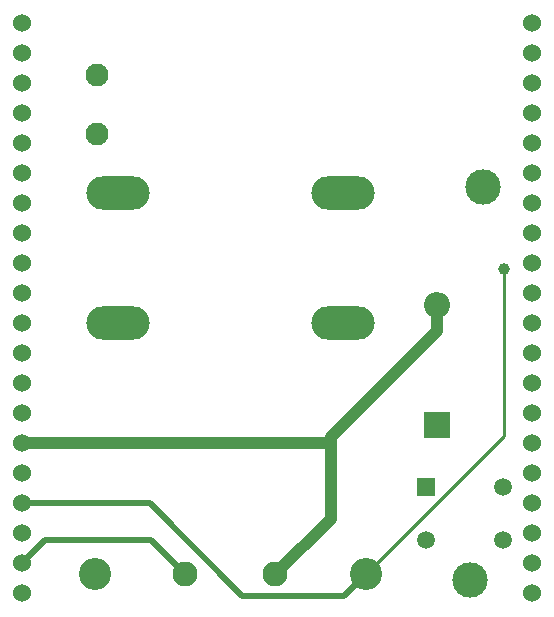
<source format=gbr>
%TF.GenerationSoftware,KiCad,Pcbnew,8.0.7*%
%TF.CreationDate,2025-01-28T21:10:26-05:00*%
%TF.ProjectId,IMD Latching Module,494d4420-4c61-4746-9368-696e67204d6f,rev?*%
%TF.SameCoordinates,Original*%
%TF.FileFunction,Copper,L2,Bot*%
%TF.FilePolarity,Positive*%
%FSLAX46Y46*%
G04 Gerber Fmt 4.6, Leading zero omitted, Abs format (unit mm)*
G04 Created by KiCad (PCBNEW 8.0.7) date 2025-01-28 21:10:26*
%MOMM*%
%LPD*%
G01*
G04 APERTURE LIST*
%TA.AperFunction,ComponentPad*%
%ADD10C,3.000000*%
%TD*%
%TA.AperFunction,ComponentPad*%
%ADD11C,1.524000*%
%TD*%
%TA.AperFunction,ComponentPad*%
%ADD12R,1.498600X1.498600*%
%TD*%
%TA.AperFunction,ComponentPad*%
%ADD13C,1.498600*%
%TD*%
%TA.AperFunction,ComponentPad*%
%ADD14O,5.350000X2.850000*%
%TD*%
%TA.AperFunction,ComponentPad*%
%ADD15C,2.717800*%
%TD*%
%TA.AperFunction,ComponentPad*%
%ADD16C,2.108200*%
%TD*%
%TA.AperFunction,ComponentPad*%
%ADD17C,1.950000*%
%TD*%
%TA.AperFunction,ComponentPad*%
%ADD18R,2.200000X2.200000*%
%TD*%
%TA.AperFunction,ComponentPad*%
%ADD19O,2.200000X2.200000*%
%TD*%
%TA.AperFunction,ViaPad*%
%ADD20C,1.000000*%
%TD*%
%TA.AperFunction,Conductor*%
%ADD21C,1.000000*%
%TD*%
%TA.AperFunction,Conductor*%
%ADD22C,0.500000*%
%TD*%
%TA.AperFunction,Conductor*%
%ADD23C,0.250000*%
%TD*%
G04 APERTURE END LIST*
D10*
%TO.P,TP2,1,1*%
%TO.N,Net-(J3-Pad7)*%
X89800000Y-64700000D03*
%TD*%
D11*
%TO.P,J3,1,1*%
%TO.N,Net-(J3-Pad1)*%
X50800000Y-99060000D03*
%TO.P,J3,2,2*%
%TO.N,Net-(D1-K)*%
X50800000Y-96520000D03*
%TO.P,J3,3,3*%
%TO.N,/Vs*%
X50800000Y-93980000D03*
%TO.P,J3,4,4*%
%TO.N,Net-(D4-A)*%
X50800000Y-91440000D03*
%TO.P,J3,5,5*%
%TO.N,Net-(J3-Pad1)*%
X50800000Y-88900000D03*
%TO.P,J3,6,6*%
%TO.N,/GND*%
X50800000Y-86360000D03*
%TO.P,J3,7,7*%
%TO.N,Net-(J3-Pad7)*%
X50800000Y-83820000D03*
%TO.P,J3,8,8*%
%TO.N,unconnected-(J3-Pad8)*%
X50800000Y-81280000D03*
%TO.P,J3,9,9*%
%TO.N,unconnected-(J3-Pad9)*%
X50800000Y-78740000D03*
%TO.P,J3,10,10*%
%TO.N,unconnected-(J3-Pad10)*%
X50800000Y-76200000D03*
%TO.P,J3,11,11*%
%TO.N,unconnected-(J3-Pad11)*%
X50800000Y-73660000D03*
%TO.P,J3,12,12*%
%TO.N,unconnected-(J3-Pad12)*%
X50800000Y-71120000D03*
%TO.P,J3,13,13*%
%TO.N,unconnected-(J3-Pad13)*%
X50800000Y-68580000D03*
%TO.P,J3,14,14*%
%TO.N,unconnected-(J3-Pad14)*%
X50800000Y-66040000D03*
%TO.P,J3,15,15*%
%TO.N,unconnected-(J3-Pad15)*%
X50800000Y-63500000D03*
%TO.P,J3,16,16*%
%TO.N,unconnected-(J3-Pad16)*%
X50800000Y-60960000D03*
%TO.P,J3,17,17*%
%TO.N,unconnected-(J3-Pad17)*%
X50800000Y-58420000D03*
%TO.P,J3,18,18*%
%TO.N,unconnected-(J3-Pad18)*%
X50800000Y-55880000D03*
%TO.P,J3,19,19*%
%TO.N,unconnected-(J3-Pad19)*%
X50800000Y-53340000D03*
%TO.P,J3,20,20*%
%TO.N,unconnected-(J3-Pad20)*%
X50800000Y-50800000D03*
%TD*%
D12*
%TO.P,SW1,1,1*%
%TO.N,Net-(D1-K)*%
X85019999Y-90070000D03*
D13*
%TO.P,SW1,2,2*%
%TO.N,Net-(J3-Pad1)*%
X91520000Y-90070000D03*
%TO.P,SW1,3*%
%TO.N,N/C*%
X85019999Y-94570001D03*
%TO.P,SW1,4*%
X91520000Y-94570001D03*
%TD*%
D14*
%TO.P,K1,1,1*%
%TO.N,Net-(J4-Pad2)*%
X58920000Y-65159999D03*
%TO.P,K1,2,2*%
%TO.N,Net-(J3-Pad1)*%
X58920000Y-76160000D03*
D15*
%TO.P,K1,3,3*%
%TO.N,/Vs*%
X56970000Y-97460000D03*
D16*
%TO.P,K1,4,4*%
%TO.N,Net-(D1-K)*%
X64620000Y-97460000D03*
%TO.P,K1,5,5*%
%TO.N,/GND*%
X72220000Y-97460000D03*
D15*
%TO.P,K1,6,6*%
%TO.N,Net-(D4-A)*%
X79870000Y-97460000D03*
D14*
%TO.P,K1,7,7*%
%TO.N,Net-(D1-K)*%
X77919998Y-76160000D03*
%TO.P,K1,8,8*%
%TO.N,Net-(J3-Pad7)*%
X77919998Y-65159999D03*
%TD*%
D17*
%TO.P,J4,1*%
%TO.N,unconnected-(J4-Pad1)*%
X57130000Y-55150000D03*
%TO.P,J4,2*%
%TO.N,Net-(J4-Pad2)*%
X57130000Y-60150000D03*
%TD*%
D10*
%TO.P,TP1,1,1*%
%TO.N,Net-(J3-Pad1)*%
X88720000Y-97970000D03*
%TD*%
D11*
%TO.P,J2,1,1*%
%TO.N,N/C*%
X94000000Y-99060000D03*
%TO.P,J2,2,2*%
X94000000Y-96520000D03*
%TO.P,J2,3,3*%
X94000000Y-93980000D03*
%TO.P,J2,4,4*%
X94000000Y-91440000D03*
%TO.P,J2,5,5*%
X94000000Y-88900000D03*
%TO.P,J2,6,6*%
X94000000Y-86360000D03*
%TO.P,J2,7,7*%
X94000000Y-83820000D03*
%TO.P,J2,8,8*%
X94000000Y-81280000D03*
%TO.P,J2,9,9*%
X94000000Y-78740000D03*
%TO.P,J2,10,10*%
X94000000Y-76200000D03*
%TO.P,J2,11,11*%
X94000000Y-73660000D03*
%TO.P,J2,12,12*%
X94000000Y-71120000D03*
%TO.P,J2,13,13*%
X94000000Y-68580000D03*
%TO.P,J2,14,14*%
X94000000Y-66040000D03*
%TO.P,J2,15,15*%
X94000000Y-63500000D03*
%TO.P,J2,16,16*%
X94000000Y-60960000D03*
%TO.P,J2,17,17*%
X94000000Y-58420000D03*
%TO.P,J2,18,18*%
X94000000Y-55880000D03*
%TO.P,J2,19,19*%
X94000000Y-53340000D03*
%TO.P,J2,20,20*%
X94000000Y-50800000D03*
%TD*%
D18*
%TO.P,D3,1,K*%
%TO.N,Net-(D1-K)*%
X85920000Y-84790000D03*
D19*
%TO.P,D3,2,A*%
%TO.N,/GND*%
X85920000Y-74630000D03*
%TD*%
D20*
%TO.N,Net-(D4-A)*%
X91620000Y-71570000D03*
%TD*%
D21*
%TO.N,/GND*%
X85920000Y-76870000D02*
X85920000Y-74630000D01*
X76940000Y-86360000D02*
X76940000Y-85850000D01*
X76940000Y-86360000D02*
X76940000Y-92740000D01*
X76940000Y-92740000D02*
X72220000Y-97460000D01*
X76940000Y-85850000D02*
X85920000Y-76870000D01*
X76940000Y-86360000D02*
X50800000Y-86360000D01*
D22*
%TO.N,Net-(D1-K)*%
X61730000Y-94570000D02*
X52750000Y-94570000D01*
X64620000Y-97460000D02*
X61730000Y-94570000D01*
X52750000Y-94570000D02*
X50800000Y-96520000D01*
D23*
%TO.N,Net-(D4-A)*%
X91620000Y-85710000D02*
X79870000Y-97460000D01*
X79870000Y-97460000D02*
X79870000Y-96440000D01*
X91620000Y-71570000D02*
X91620000Y-85710000D01*
D22*
X50800000Y-91440000D02*
X61590000Y-91440000D01*
X78060000Y-99270000D02*
X79870000Y-97460000D01*
X61590000Y-91440000D02*
X69420000Y-99270000D01*
X69420000Y-99270000D02*
X78060000Y-99270000D01*
%TD*%
M02*

</source>
